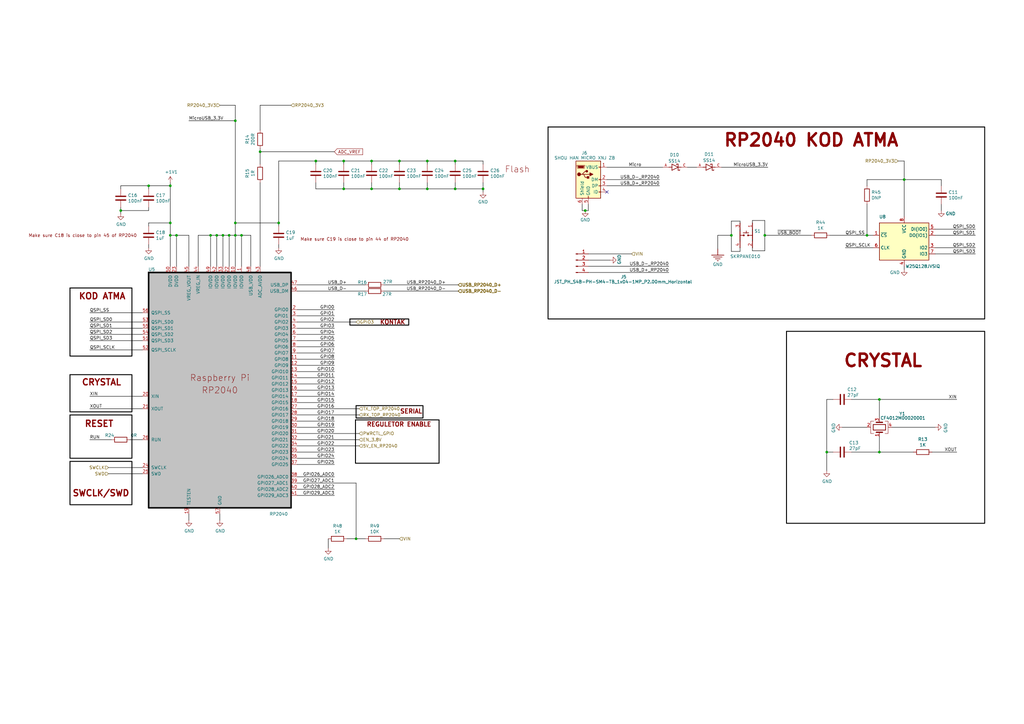
<source format=kicad_sch>
(kicad_sch (version 20231120) (generator "eeschema") (generator_version "8.0")
  (paper "A3")
  (lib_symbols
    (symbol "Connector:Conn_01x05_Male" (pin_names (offset 1.016) hide)
      (property "Reference" "J5" (at 19.558 -4.318 0))
      (property "Value" "JST_PH_S4B-PH-SM4-TB_1x04-1MP_P2.00mm_Horizontal" (at 19.304 -6.35 0))
      (symbol "Conn_01x05_Male_1_1"
        (polyline (pts (xy 1.27 -2.54) (xy 0.8636 -2.54)) (stroke (width 0.1524)))
        (polyline (pts (xy 1.27 0) (xy 0.8636 0)) (stroke (width 0.1524)))
        (polyline (pts (xy 1.27 2.54) (xy 0.8636 2.54)) (stroke (width 0.1524)))
        (polyline (pts (xy 1.27 5.08) (xy 0.8636 5.08)) (stroke (width 0.1524)))
        (rectangle (start 0.8636 -2.413) (end 0 -2.667) (stroke (width 0.1524)) (fill (type outline)))
        (rectangle (start 0.8636 0.127) (end 0 -0.127) (stroke (width 0.1524)) (fill (type outline)))
        (rectangle (start 0.8636 2.667) (end 0 2.413) (stroke (width 0.1524)) (fill (type outline)))
        (rectangle (start 0.8636 5.207) (end 0 4.953) (stroke (width 0.1524)) (fill (type outline)))
        (pin passive line (at 5.08 5.08 180) (length 3.81) (name "Pin_1") (number "1"))
        (pin passive line (at 5.08 2.54 180) (length 3.81) (name "Pin_2") (number "2"))
        (pin passive line (at 5.08 0 180) (length 3.81) (name "Pin_3") (number "3"))
        (pin passive line (at 5.08 -2.54 180) (length 3.81) (name "Pin_4") (number "4"))
      )
    )
    (symbol "Connector:USB_OTG" (pin_names (offset 1.016))
      (property "Reference" "J14" (at -2.794 10.922 0))
      (property "Value" "SHOU HAN MICRO XNJ ZB" (at -13.97 8.89 0))
      (symbol "USB_OTG_0_1"
        (rectangle (start -5.08 7.62) (end 5.08 -7.62) (stroke (width 0.254)) (fill (type background)))
        (circle (center -3.81 2.159) (radius 0.635) (stroke (width 0.254)) (fill (type outline)))
        (circle (center -0.635 3.429) (radius 0.381) (stroke (width 0.254)) (fill (type outline)))
        (rectangle (start -0.127 -7.62) (end 0.127 -6.858))
        (polyline (pts (xy -1.905 2.159) (xy 0.635 2.159)) (stroke (width 0.254)))
        (polyline (pts (xy -3.175 2.159) (xy -2.54 2.159) (xy -1.27 3.429) (xy -0.635 3.429)) (stroke (width 0.254)))
        (polyline (pts (xy -2.54 2.159) (xy -1.905 2.159) (xy -1.27 0.889) (xy 0 0.889)) (stroke (width 0.254)))
        (polyline (pts (xy 0.635 2.794) (xy 0.635 1.524) (xy 1.905 2.159) (xy 0.635 2.794)) (stroke (width 0.254)) (fill (type outline)))
        (polyline (pts (xy -4.318 5.588) (xy -1.778 5.588) (xy -2.032 4.826) (xy -4.064 4.826) (xy -4.318 5.588)) (fill (type outline)))
        (polyline (pts (xy -4.699 5.842) (xy -4.699 5.588) (xy -4.445 4.826) (xy -4.445 4.572) (xy -1.651 4.572) (xy -1.651 4.826) (xy -1.397 5.588) (xy -1.397 5.842) (xy -4.699 5.842)))
        (rectangle (start 0.254 1.27) (end -0.508 0.508) (stroke (width 0.254)) (fill (type outline)))
        (rectangle (start 5.08 -5.207) (end 4.318 -4.953))
        (rectangle (start 5.08 -2.667) (end 4.318 -2.413))
        (rectangle (start 5.08 -0.127) (end 4.318 0.127))
        (rectangle (start 5.08 4.953) (end 4.318 5.207))
      )
      (symbol "USB_OTG_1_1"
        (pin passive line (at 7.62 5.08 180) (length 2.54) (name "VBUS") (number "1"))
        (pin bidirectional line (at 7.62 0 180) (length 2.54) (name "DM") (number "2"))
        (pin bidirectional line (at 7.62 -2.54 180) (length 2.54) (name "DP") (number "3"))
        (pin passive line (at 7.62 -5.08 180) (length 2.54) (name "ID") (number "4"))
        (pin passive line (at 0 -10.16 90) (length 2.54) (name "GND") (number "5"))
        (pin passive line (at -2.54 -10.16 90) (length 2.54) (name "Shield") (number "6"))
      )
    )
    (symbol "Device:C" (pin_numbers hide) (pin_names (offset 0.254))
      (property "Reference" "C" (at 0.635 2.54 0))
      (property "Value" "C" (at 0.635 -2.54 0))
      (symbol "C_0_1"
        (polyline (pts (xy -2.032 -0.762) (xy 2.032 -0.762)) (stroke (width 0.508)))
        (polyline (pts (xy -2.032 0.762) (xy 2.032 0.762)) (stroke (width 0.508)))
      )
      (symbol "C_1_1"
        (pin passive line (at 0 3.81 270) (length 2.794) (name "~") (number "1"))
        (pin passive line (at 0 -3.81 90) (length 2.794) (name "~") (number "2"))
      )
    )
    (symbol "Device:Crystal_GND24" (pin_names (offset 1.016) hide)
      (property "Reference" "Y" (at 3.175 5.08 0))
      (property "Value" "Crystal_GND24" (at 3.175 3.175 0))
      (symbol "Crystal_GND24_0_1"
        (rectangle (start -1.143 2.54) (end 1.143 -2.54) (stroke (width 0.3048)))
        (polyline (pts (xy -2.54 0) (xy -2.032 0)))
        (polyline (pts (xy -2.032 -1.27) (xy -2.032 1.27)) (stroke (width 0.508)))
        (polyline (pts (xy 0 -3.81) (xy 0 -3.556)))
        (polyline (pts (xy 0 3.556) (xy 0 3.81)))
        (polyline (pts (xy 2.032 -1.27) (xy 2.032 1.27)) (stroke (width 0.508)))
        (polyline (pts (xy 2.032 0) (xy 2.54 0)))
        (polyline (pts (xy -2.54 -2.286) (xy -2.54 -3.556) (xy 2.54 -3.556) (xy 2.54 -2.286)))
        (polyline (pts (xy -2.54 2.286) (xy -2.54 3.556) (xy 2.54 3.556) (xy 2.54 2.286)))
      )
      (symbol "Crystal_GND24_1_1"
        (pin passive line (at -3.81 0 0) (length 1.27) (name "1") (number "1"))
        (pin passive line (at 0 5.08 270) (length 1.27) (name "2") (number "2"))
        (pin passive line (at 3.81 0 180) (length 1.27) (name "3") (number "3"))
        (pin passive line (at 0 -5.08 90) (length 1.27) (name "4") (number "4"))
      )
    )
    (symbol "Device:R" (pin_numbers hide) (pin_names (offset 0))
      (property "Reference" "R" (at 2.032 0 90))
      (property "Value" "R" (at 0 0 90))
      (symbol "R_0_1"
        (rectangle (start -1.016 -2.54) (end 1.016 2.54) (stroke (width 0.254)))
      )
      (symbol "R_1_1"
        (pin passive line (at 0 3.81 270) (length 1.27) (name "~") (number "1"))
        (pin passive line (at 0 -3.81 90) (length 1.27) (name "~") (number "2"))
      )
    )
    (symbol "MCU_RaspberryPi_RP2040:RP2040" (pin_names (offset 1.016))
      (property "Reference" "U5" (at -27.94 49.53 0))
      (property "Value" "RP2040" (at 24.13 -50.8 0))
      (symbol "RP2040_0_0"
        (text "Raspberry Pi" (at 0 5.08 0) (effects (font (size 2.54 2.54))))
        (text "RP2040" (at 0 0 0) (effects (font (size 2.54 2.54))))
      )
      (symbol "RP2040_1_1"
        (rectangle (start -29.21 48.26) (end 29.21 -48.26) (stroke (width 0.635) (color 0 0 0 1)) (fill (type color) (color 194 194 194 1)))
        (pin power_in line (at 8.89 50.8 270) (length 2.54) (name "IOVDD") (number "1"))
        (pin power_in line (at 6.35 50.8 270) (length 2.54) (name "IOVDD") (number "10"))
        (pin bidirectional line (at 31.75 12.7 180) (length 2.54) (name "GPIO8") (number "11"))
        (pin bidirectional line (at 31.75 10.16 180) (length 2.54) (name "GPIO9") (number "12"))
        (pin bidirectional line (at 31.75 7.62 180) (length 2.54) (name "GPIO10") (number "13"))
        (pin bidirectional line (at 31.75 5.08 180) (length 2.54) (name "GPIO11") (number "14"))
        (pin bidirectional line (at 31.75 2.54 180) (length 2.54) (name "GPIO12") (number "15"))
        (pin bidirectional line (at 31.75 0 180) (length 2.54) (name "GPIO13") (number "16"))
        (pin bidirectional line (at 31.75 -2.54 180) (length 2.54) (name "GPIO14") (number "17"))
        (pin bidirectional line (at 31.75 -5.08 180) (length 2.54) (name "GPIO15") (number "18"))
        (pin passive line (at -12.7 -50.8 90) (length 2.54) (name "TESTEN") (number "19"))
        (pin bidirectional line (at 31.75 33.02 180) (length 2.54) (name "GPIO0") (number "2"))
        (pin input line (at -31.75 -2.54 0) (length 2.54) (name "XIN") (number "20"))
        (pin passive line (at -31.75 -7.62 0) (length 2.54) (name "XOUT") (number "21"))
        (pin power_in line (at 3.81 50.8 270) (length 2.54) (name "IOVDD") (number "22"))
        (pin power_in line (at -17.78 50.8 270) (length 2.54) (name "DVDD") (number "23"))
        (pin output line (at -31.75 -31.75 0) (length 2.54) (name "SWCLK") (number "24"))
        (pin bidirectional line (at -31.75 -34.29 0) (length 2.54) (name "SWD") (number "25"))
        (pin input line (at -31.75 -20.32 0) (length 2.54) (name "RUN") (number "26"))
        (pin bidirectional line (at 31.75 -7.62 180) (length 2.54) (name "GPIO16") (number "27"))
        (pin bidirectional line (at 31.75 -10.16 180) (length 2.54) (name "GPIO17") (number "28"))
        (pin bidirectional line (at 31.75 -12.7 180) (length 2.54) (name "GPIO18") (number "29"))
        (pin bidirectional line (at 31.75 30.48 180) (length 2.54) (name "GPIO1") (number "3"))
        (pin bidirectional line (at 31.75 -15.24 180) (length 2.54) (name "GPIO19") (number "30"))
        (pin bidirectional line (at 31.75 -17.78 180) (length 2.54) (name "GPIO20") (number "31"))
        (pin bidirectional line (at 31.75 -20.32 180) (length 2.54) (name "GPIO21") (number "32"))
        (pin power_in line (at 1.27 50.8 270) (length 2.54) (name "IOVDD") (number "33"))
        (pin bidirectional line (at 31.75 -22.86 180) (length 2.54) (name "GPIO22") (number "34"))
        (pin bidirectional line (at 31.75 -25.4 180) (length 2.54) (name "GPIO23") (number "35"))
        (pin bidirectional line (at 31.75 -27.94 180) (length 2.54) (name "GPIO24") (number "36"))
        (pin bidirectional line (at 31.75 -30.48 180) (length 2.54) (name "GPIO25") (number "37"))
        (pin bidirectional line (at 31.75 -35.56 180) (length 2.54) (name "GPIO26_ADC0") (number "38"))
        (pin bidirectional line (at 31.75 -38.1 180) (length 2.54) (name "GPIO27_ADC1") (number "39"))
        (pin bidirectional line (at 31.75 27.94 180) (length 2.54) (name "GPIO2") (number "4"))
        (pin bidirectional line (at 31.75 -40.64 180) (length 2.54) (name "GPIO28_ADC2") (number "40"))
        (pin bidirectional line (at 31.75 -43.18 180) (length 2.54) (name "GPIO29_ADC3") (number "41"))
        (pin power_in line (at -1.27 50.8 270) (length 2.54) (name "IOVDD") (number "42"))
        (pin power_in line (at 16.51 50.8 270) (length 2.54) (name "ADC_AVDD") (number "43"))
        (pin power_in line (at -8.89 50.8 270) (length 2.54) (name "VREG_IN") (number "44"))
        (pin power_out line (at -12.7 50.8 270) (length 2.54) (name "VREG_VOUT") (number "45"))
        (pin bidirectional line (at 31.75 40.64 180) (length 2.54) (name "USB_DM") (number "46"))
        (pin bidirectional line (at 31.75 43.18 180) (length 2.54) (name "USB_DP") (number "47"))
        (pin power_in line (at 12.7 50.8 270) (length 2.54) (name "USB_VDD") (number "48"))
        (pin power_in line (at -3.81 50.8 270) (length 2.54) (name "IOVDD") (number "49"))
        (pin bidirectional line (at 31.75 25.4 180) (length 2.54) (name "GPIO3") (number "5"))
        (pin power_in line (at -20.32 50.8 270) (length 2.54) (name "DVDD") (number "50"))
        (pin bidirectional line (at -31.75 20.32 0) (length 2.54) (name "QSPI_SD3") (number "51"))
        (pin output line (at -31.75 16.51 0) (length 2.54) (name "QSPI_SCLK") (number "52"))
        (pin bidirectional line (at -31.75 27.94 0) (length 2.54) (name "QSPI_SD0") (number "53"))
        (pin bidirectional line (at -31.75 22.86 0) (length 2.54) (name "QSPI_SD2") (number "54"))
        (pin bidirectional line (at -31.75 25.4 0) (length 2.54) (name "QSPI_SD1") (number "55"))
        (pin bidirectional line (at -31.75 31.75 0) (length 2.54) (name "QSPI_SS") (number "56"))
        (pin power_in line (at 0 -50.8 90) (length 2.54) (name "GND") (number "57"))
        (pin bidirectional line (at 31.75 22.86 180) (length 2.54) (name "GPIO4") (number "6"))
        (pin bidirectional line (at 31.75 20.32 180) (length 2.54) (name "GPIO5") (number "7"))
        (pin bidirectional line (at 31.75 17.78 180) (length 2.54) (name "GPIO6") (number "8"))
        (pin bidirectional line (at 31.75 15.24 180) (length 2.54) (name "GPIO7") (number "9"))
      )
    )
    (symbol "Memory_Flash:W25Q128JVS"
      (property "Reference" "U" (at -8.89 8.89 0))
      (property "Value" "W25Q128JVS" (at 7.62 8.89 0))
      (symbol "W25Q128JVS_0_1"
        (rectangle (start -10.16 7.62) (end 10.16 -7.62) (stroke (width 0.254)) (fill (type background)))
      )
      (symbol "W25Q128JVS_1_1"
        (pin input line (at -12.7 2.54 0) (length 2.54) (name "~{CS}") (number "1"))
        (pin bidirectional line (at 12.7 2.54 180) (length 2.54) (name "DO(IO1)") (number "2"))
        (pin bidirectional line (at 12.7 -2.54 180) (length 2.54) (name "IO2") (number "3"))
        (pin power_in line (at 0 -10.16 90) (length 2.54) (name "GND") (number "4"))
        (pin bidirectional line (at 12.7 5.08 180) (length 2.54) (name "DI(IO0)") (number "5"))
        (pin input line (at -12.7 -2.54 0) (length 2.54) (name "CLK") (number "6"))
        (pin bidirectional line (at 12.7 -5.08 180) (length 2.54) (name "IO3") (number "7"))
        (pin power_in line (at 0 10.16 270) (length 2.54) (name "VCC") (number "8"))
      )
    )
    (symbol "NINA-B411-altium-import:GND" (power)
      (property "Reference" "#PWR" (at 0 0 0))
      (property "Value" "GND" (at 0 6.35 0))
      (symbol "GND_0_0"
        (polyline (pts (xy -2.54 -2.54) (xy 2.54 -2.54)) (stroke (width 0.254)))
        (polyline (pts (xy -1.778 -3.302) (xy 1.778 -3.302)) (stroke (width 0.254)))
        (polyline (pts (xy -1.016 -4.064) (xy 1.016 -4.064)) (stroke (width 0.254)))
        (polyline (pts (xy -0.254 -4.826) (xy 0.254 -4.826)) (stroke (width 0.254)))
        (polyline (pts (xy 0 0) (xy 0 -2.54)) (stroke (width 0.254)))
        (pin power_in line (at 0 0 0) (length 0) hide (name "GND") (number ""))
      )
    )
    (symbol "NINA-B411-altium-import:root_3_SKRPACE010"
      (symbol "root_3_SKRPACE010_1_0"
        (circle (center -1.016 0) (radius 0.254) (stroke (width 0.254)))
        (polyline (pts (xy -2.54 -5.08) (xy -2.54 5.08)) (stroke (width 0.254)))
        (polyline (pts (xy -2.54 0) (xy -2.54 -2.54)) (stroke (width 0.254)))
        (polyline (pts (xy -2.54 2.54) (xy -2.54 0)) (stroke (width 0.254)))
        (polyline (pts (xy -1.016 0) (xy -2.54 0)) (stroke (width 0.254)))
        (polyline (pts (xy 0 1.016) (xy -1.27 1.016)) (stroke (width 0.254)))
        (polyline (pts (xy 0 1.016) (xy 0 1.778)) (stroke (width 0.254)))
        (polyline (pts (xy 0.762 0) (xy 2.54 0)) (stroke (width 0.254)))
        (polyline (pts (xy 1.016 1.016) (xy 0 1.016)) (stroke (width 0.254)))
        (polyline (pts (xy 2.54 0) (xy 2.54 -2.54)) (stroke (width 0.254)))
        (polyline (pts (xy 2.54 2.54) (xy 2.54 0)) (stroke (width 0.254)))
        (polyline (pts (xy 2.54 5.08) (xy 2.54 -5.08)) (stroke (width 0.254)))
        (circle (center 0.762 0) (radius 0.254) (stroke (width 0.254)))
        (pin bidirectional line (at 2.54 5.08 270) (length 2.54) (name "1") (number "1"))
        (pin bidirectional line (at 2.54 -5.08 90) (length 2.54) (name "2") (number "2"))
        (pin bidirectional line (at -2.54 5.08 270) (length 2.54) (name "3") (number "3"))
        (pin bidirectional line (at -2.54 -5.08 90) (length 2.54) (name "4") (number "4"))
      )
    )
    (symbol "SS14:SS14" (pin_names (offset 1.016))
      (property "Reference" "D" (at -5.08 2.54 0))
      (property "Value" "SS14" (at -5.08 -3.81 0))
      (symbol "SS14_0_0"
        (polyline (pts (xy -2.54 0) (xy -1.27 0)) (stroke (width 0.254)))
        (polyline (pts (xy -1.27 -1.27) (xy 1.27 0)) (stroke (width 0.254)))
        (polyline (pts (xy -1.27 0) (xy -1.27 -1.27)) (stroke (width 0.254)))
        (polyline (pts (xy -1.27 1.27) (xy -1.27 0)) (stroke (width 0.254)))
        (polyline (pts (xy 0.635 -1.016) (xy 0.635 -1.27)) (stroke (width 0.254)))
        (polyline (pts (xy 1.27 -1.27) (xy 0.635 -1.27)) (stroke (width 0.254)))
        (polyline (pts (xy 1.27 0) (xy -1.27 1.27)) (stroke (width 0.254)))
        (polyline (pts (xy 1.27 0) (xy 1.27 -1.27)) (stroke (width 0.254)))
        (polyline (pts (xy 1.27 1.27) (xy 1.27 0)) (stroke (width 0.254)))
        (polyline (pts (xy 1.905 1.27) (xy 1.27 1.27)) (stroke (width 0.254)))
        (polyline (pts (xy 1.905 1.27) (xy 1.905 1.016)) (stroke (width 0.254)))
        (polyline (pts (xy 2.54 0) (xy 1.27 0)) (stroke (width 0.254)))
        (pin passive line (at -5.08 0 0) (length 2.54) (name "~") (number "A"))
        (pin passive line (at 5.08 0 180) (length 2.54) (name "~") (number "C"))
      )
    )
    (symbol "power:+1V1" (power) (pin_names (offset 0))
      (property "Value" "+1V1" (at 0 3.556 0))
      (symbol "+1V1_0_1"
        (polyline (pts (xy -0.762 1.27) (xy 0 2.54)))
        (polyline (pts (xy 0 0) (xy 0 2.54)))
        (polyline (pts (xy 0 2.54) (xy 0.762 1.27)))
      )
      (symbol "+1V1_1_1"
        (pin power_in line (at 0 0 90) (length 0) hide (name "+1V1") (number "1"))
      )
    )
    (symbol "power:GND" (power) (pin_names (offset 0))
      (property "Value" "GND" (at 0 -3.81 0))
      (symbol "GND_0_1"
        (polyline (pts (xy 0 0) (xy 0 -1.27) (xy 1.27 -1.27) (xy 0 -2.54) (xy -1.27 -1.27) (xy 0 -1.27)))
      )
      (symbol "GND_1_1"
        (pin power_in line (at 0 0 270) (length 0) hide (name "GND") (number "1"))
      )
    )
  )
  (junction (at 106.68 62.23))
  (junction (at 49.53 86.36))
  (junction (at 146.05 220.98))
  (junction (at 175.26 66.04))
  (junction (at 360.68 163.83))
  (junction (at 339.09 185.42))
  (junction (at 96.52 96.52))
  (junction (at 355.6 96.52))
  (junction (at 69.85 96.52))
  (junction (at 175.26 77.47))
  (junction (at 313.69 96.52))
  (junction (at 370.84 73.66))
  (junction (at 99.06 96.52))
  (junction (at 88.9 96.52))
  (junction (at 91.44 96.52))
  (junction (at 360.68 185.42))
  (junction (at 69.85 76.2))
  (junction (at 86.36 96.52))
  (junction (at 163.83 77.47))
  (junction (at 96.52 91.44))
  (junction (at 129.54 66.04))
  (junction (at 299.974 96.52))
  (junction (at 152.4 66.04))
  (junction (at 60.96 76.2))
  (junction (at 69.85 91.44))
  (junction (at 93.98 96.52))
  (junction (at 186.69 77.47))
  (junction (at 186.69 66.04))
  (junction (at 163.83 66.04))
  (junction (at 240.03 86.36))
  (junction (at 72.39 96.52))
  (junction (at 96.52 49.53))
  (junction (at 114.3 91.44))
  (junction (at 140.97 66.04))
  (junction (at 152.4 77.47))
  (junction (at 198.12 77.47))
  (junction (at 140.97 77.47))
  (no_connect (at 248.92 78.74))
  (wire (pts (xy 106.68 74.93) (xy 106.68 109.22)) (stroke (width 0.1778) (color 0 0 0 1)))
  (wire (pts (xy 36.83 162.56) (xy 58.42 162.56)) (stroke (width 0.1778) (color 0 0 0 1)))
  (wire (pts (xy 44.45 194.31) (xy 58.42 194.31)) (stroke (width 0.1778) (color 0 0 0 1)))
  (wire (pts (xy 186.69 77.47) (xy 198.12 77.47)) (stroke (width 0.1778) (color 0 0 0 1)))
  (wire (pts (xy 60.96 91.44) (xy 69.85 91.44)) (stroke (width 0.1778) (color 0 0 0 1)))
  (wire (pts (xy 121.92 198.12) (xy 146.05 198.12)) (stroke (width 0.1778) (color 0 0 0 1)))
  (wire (pts (xy 370.84 73.66) (xy 370.84 88.9)) (stroke (width 0.1778) (color 0 0 0 1)))
  (wire (pts (xy 186.69 66.04) (xy 198.12 66.04)) (stroke (width 0.1778) (color 0 0 0 1)))
  (wire (pts (xy 96.52 96.52) (xy 99.06 96.52)) (stroke (width 0.1778) (color 0 0 0 1)))
  (wire (pts (xy 175.26 66.04) (xy 186.69 66.04)) (stroke (width 0.1778) (color 0 0 0 1)))
  (wire (pts (xy 270.51 73.66) (xy 248.92 73.66)) (stroke (width 0.1778) (color 0 0 0 1)))
  (wire (pts (xy 90.17 43.18) (xy 96.52 43.18)) (stroke (width 0.1778) (color 0 0 0 1)))
  (wire (pts (xy 274.32 111.76) (xy 241.3 111.76)) (stroke (width 0.1778) (color 0 0 0 1)))
  (wire (pts (xy 382.27 185.42) (xy 392.43 185.42)) (stroke (width 0.1778) (color 0 0 0 1)))
  (wire (pts (xy 106.68 60.96) (xy 106.68 62.23)) (stroke (width 0.1778) (color 0 0 0 1)))
  (wire (pts (xy 175.26 77.47) (xy 163.83 77.47)) (stroke (width 0.1778) (color 0 0 0 1)))
  (wire (pts (xy 121.92 187.96) (xy 137.16 187.96)) (stroke (width 0.1778) (color 0 0 0 1)))
  (wire (pts (xy 186.69 67.31) (xy 186.69 66.04)) (stroke (width 0.1778) (color 0 0 0 1)))
  (wire (pts (xy 81.28 96.52) (xy 86.36 96.52)) (stroke (width 0.1778) (color 0 0 0 1)))
  (wire (pts (xy 339.09 185.42) (xy 339.09 193.04)) (stroke (width 0.1778) (color 0 0 0 1)))
  (wire (pts (xy 140.97 66.04) (xy 152.4 66.04)) (stroke (width 0.1778) (color 0 0 0 1)))
  (wire (pts (xy 49.53 85.09) (xy 49.53 86.36)) (stroke (width 0.1778) (color 0 0 0 1)))
  (wire (pts (xy 90.17 210.82) (xy 90.17 213.36)) (stroke (width 0.1778) (color 0 0 0 1)))
  (wire (pts (xy 308.61 102.87) (xy 308.61 101.6)) (stroke (width 0.1778) (color 0 0 0 1)))
  (wire (pts (xy 121.92 144.78) (xy 137.16 144.78)) (stroke (width 0.1778) (color 0 0 0 1)))
  (wire (pts (xy 114.3 66.04) (xy 114.3 91.44)) (stroke (width 0.1778) (color 0 0 0 1)))
  (wire (pts (xy 96.52 91.44) (xy 96.52 96.52)) (stroke (width 0.1778) (color 0 0 0 1)))
  (wire (pts (xy 355.6 73.66) (xy 370.84 73.66)) (stroke (width 0.1778) (color 0 0 0 1)))
  (wire (pts (xy 106.68 62.23) (xy 106.68 67.31)) (stroke (width 0.1778) (color 0 0 0 1)))
  (wire (pts (xy 313.69 90.424) (xy 313.69 96.52)) (stroke (width 0.1778) (color 0 0 0 1)))
  (wire (pts (xy 314.96 68.58) (xy 295.91 68.58)) (stroke (width 0.1778) (color 0 0 0 1)))
  (wire (pts (xy 77.47 49.53) (xy 96.52 49.53)) (stroke (width 0.1778) (color 0 0 0 1)))
  (wire (pts (xy 88.9 96.52) (xy 91.44 96.52)) (stroke (width 0.1778) (color 0 0 0 1)))
  (wire (pts (xy 152.4 66.04) (xy 163.83 66.04)) (stroke (width 0.1778) (color 0 0 0 1)))
  (wire (pts (xy 121.92 180.34) (xy 147.32 180.34)) (stroke (width 0.1778) (color 0 0 0 1)))
  (wire (pts (xy 60.96 92.71) (xy 60.96 91.44)) (stroke (width 0.1778) (color 0 0 0 1)))
  (wire (pts (xy 69.85 91.44) (xy 69.85 96.52)) (stroke (width 0.1778) (color 0 0 0 1)))
  (wire (pts (xy 345.44 175.26) (xy 355.6 175.26)) (stroke (width 0.1778) (color 0 0 0 1)))
  (wire (pts (xy 198.12 74.93) (xy 198.12 77.47)) (stroke (width 0.1778) (color 0 0 0 1)))
  (wire (pts (xy 93.98 109.22) (xy 93.98 96.52)) (stroke (width 0.1778) (color 0 0 0 1)))
  (wire (pts (xy 175.26 67.31) (xy 175.26 66.04)) (stroke (width 0.1778) (color 0 0 0 1)))
  (wire (pts (xy 140.97 77.47) (xy 129.54 77.47)) (stroke (width 0.1778) (color 0 0 0 1)))
  (wire (pts (xy 294.386 102.108) (xy 294.386 96.52)) (stroke (width 0.1778) (color 0 0 0 1)))
  (wire (pts (xy 58.42 128.27) (xy 36.83 128.27)) (stroke (width 0.1778) (color 0 0 0 1)))
  (wire (pts (xy 106.68 62.23) (xy 137.16 62.23)) (stroke (width 0.1778) (color 0 0 0 1)))
  (wire (pts (xy 303.53 103.124) (xy 303.53 101.6)) (stroke (width 0.1778) (color 0 0 0 1)))
  (wire (pts (xy 238.76 86.36) (xy 240.03 86.36)) (stroke (width 0.1778) (color 0 0 0 1)))
  (wire (pts (xy 240.03 86.36) (xy 241.3 86.36)) (stroke (width 0.1778) (color 0 0 0 1)))
  (wire (pts (xy 341.63 163.83) (xy 339.09 163.83)) (stroke (width 0.1778) (color 0 0 0 1)))
  (wire (pts (xy 60.96 77.47) (xy 60.96 76.2)) (stroke (width 0.1778) (color 0 0 0 1)))
  (wire (pts (xy 72.39 96.52) (xy 69.85 96.52)) (stroke (width 0.1778) (color 0 0 0 1)))
  (wire (pts (xy 140.97 74.93) (xy 140.97 77.47)) (stroke (width 0.1778) (color 0 0 0 1)))
  (wire (pts (xy 36.83 134.62) (xy 58.42 134.62)) (stroke (width 0.1778) (color 0 0 0 1)))
  (wire (pts (xy 294.386 96.52) (xy 299.974 96.52)) (stroke (width 0.1778) (color 0 0 0 1)))
  (wire (pts (xy 198.12 77.47) (xy 198.12 78.74)) (stroke (width 0.1778) (color 0 0 0 1)))
  (wire (pts (xy 129.54 66.04) (xy 140.97 66.04)) (stroke (width 0.1778) (color 0 0 0 1)))
  (wire (pts (xy 96.52 43.18) (xy 96.52 49.53)) (stroke (width 0.1778) (color 0 0 0 1)))
  (wire (pts (xy 121.92 119.38) (xy 149.86 119.38)) (stroke (width 0.1778) (color 0 0 0 1)))
  (wire (pts (xy 69.85 96.52) (xy 69.85 109.22)) (stroke (width 0.1778) (color 0 0 0 1)))
  (wire (pts (xy 121.92 152.4) (xy 137.16 152.4)) (stroke (width 0.1778) (color 0 0 0 1)))
  (wire (pts (xy 121.92 200.66) (xy 137.16 200.66)) (stroke (width 0.1778) (color 0 0 0 1)))
  (wire (pts (xy 121.92 185.42) (xy 137.16 185.42)) (stroke (width 0.1778) (color 0 0 0 1)))
  (wire (pts (xy 346.71 101.6) (xy 358.14 101.6)) (stroke (width 0.1778) (color 0 0 0 1)))
  (wire (pts (xy 370.84 109.22) (xy 370.84 110.49)) (stroke (width 0.1778) (color 0 0 0 1)))
  (wire (pts (xy 175.26 74.93) (xy 175.26 77.47)) (stroke (width 0.1778) (color 0 0 0 1)))
  (wire (pts (xy 102.87 109.22) (xy 102.87 96.52)) (stroke (width 0.1778) (color 0 0 0 1)))
  (wire (pts (xy 129.54 66.04) (xy 114.3 66.04)) (stroke (width 0.1778) (color 0 0 0 1)))
  (wire (pts (xy 163.83 67.31) (xy 163.83 66.04)) (stroke (width 0.1778) (color 0 0 0 1)))
  (wire (pts (xy 198.12 67.31) (xy 198.12 66.04)) (stroke (width 0.1778) (color 0 0 0 1)))
  (wire (pts (xy 114.3 100.33) (xy 114.3 101.6)) (stroke (width 0.1778) (color 0 0 0 1)))
  (wire (pts (xy 96.52 91.44) (xy 96.52 49.53)) (stroke (width 0.1778) (color 0 0 0 1)))
  (wire (pts (xy 36.83 139.7) (xy 58.42 139.7)) (stroke (width 0.1778) (color 0 0 0 1)))
  (wire (pts (xy 72.39 109.22) (xy 72.39 96.52)) (stroke (width 0.1778) (color 0 0 0 1)))
  (wire (pts (xy 308.61 90.424) (xy 308.61 91.44)) (stroke (width 0.1778) (color 0 0 0 1)))
  (wire (pts (xy 383.54 93.98) (xy 400.05 93.98)) (stroke (width 0.1778) (color 0 0 0 1)))
  (wire (pts (xy 36.83 137.16) (xy 58.42 137.16)) (stroke (width 0.1778) (color 0 0 0 1)))
  (wire (pts (xy 121.92 129.54) (xy 137.16 129.54)) (stroke (width 0.1778) (color 0 0 0 1)))
  (wire (pts (xy 163.83 220.98) (xy 157.48 220.98)) (stroke (width 0.1778) (color 0 0 0 1)))
  (wire (pts (xy 121.92 127) (xy 137.16 127)) (stroke (width 0.1778) (color 0 0 0 1)))
  (wire (pts (xy 77.47 109.22) (xy 77.47 96.52)) (stroke (width 0.1778) (color 0 0 0 1)))
  (wire (pts (xy 114.3 91.44) (xy 96.52 91.44)) (stroke (width 0.1778) (color 0 0 0 1)))
  (wire (pts (xy 146.05 220.98) (xy 146.05 198.12)) (stroke (width 0.1778) (color 0 0 0 1)))
  (wire (pts (xy 186.69 74.93) (xy 186.69 77.47)) (stroke (width 0.1778) (color 0 0 0 1)))
  (wire (pts (xy 121.92 134.62) (xy 137.16 134.62)) (stroke (width 0.1778) (color 0 0 0 1)))
  (wire (pts (xy 370.84 66.04) (xy 370.84 73.66)) (stroke (width 0.1778) (color 0 0 0 1)))
  (wire (pts (xy 45.72 180.34) (xy 36.83 180.34)) (stroke (width 0.1778) (color 0 0 0 1)))
  (wire (pts (xy 355.6 96.52) (xy 358.14 96.52)) (stroke (width 0.1778) (color 0 0 0 1)))
  (wire (pts (xy 142.24 220.98) (xy 146.05 220.98)) (stroke (width 0.1778) (color 0 0 0 1)))
  (wire (pts (xy 281.94 68.58) (xy 285.75 68.58)) (stroke (width 0.1778) (color 0 0 0 1)))
  (wire (pts (xy 99.06 96.52) (xy 99.06 109.22)) (stroke (width 0.1778) (color 0 0 0 1)))
  (wire (pts (xy 121.92 137.16) (xy 137.16 137.16)) (stroke (width 0.1778) (color 0 0 0 1)))
  (wire (pts (xy 58.42 167.64) (xy 36.83 167.64)) (stroke (width 0.1778) (color 0 0 0 1)))
  (wire (pts (xy 99.06 96.52) (xy 102.87 96.52)) (stroke (width 0.1778) (color 0 0 0 1)))
  (wire (pts (xy 313.69 96.52) (xy 332.74 96.52)) (stroke (width 0.1778) (color 0 0 0 1)))
  (wire (pts (xy 81.28 109.22) (xy 81.28 96.52)) (stroke (width 0.1778) (color 0 0 0 1)))
  (wire (pts (xy 69.85 74.93) (xy 69.85 76.2)) (stroke (width 0.1778) (color 0 0 0 1)))
  (wire (pts (xy 386.08 76.2) (xy 386.08 73.66)) (stroke (width 0.1778) (color 0 0 0 1)))
  (wire (pts (xy 341.63 185.42) (xy 339.09 185.42)) (stroke (width 0.1778) (color 0 0 0 1)))
  (wire (pts (xy 386.08 73.66) (xy 370.84 73.66)) (stroke (width 0.1778) (color 0 0 0 1)))
  (wire (pts (xy 121.92 154.94) (xy 137.16 154.94)) (stroke (width 0.1778) (color 0 0 0 1)))
  (wire (pts (xy 49.53 86.36) (xy 49.53 87.63)) (stroke (width 0.1778) (color 0 0 0 1)))
  (wire (pts (xy 69.85 76.2) (xy 69.85 91.44)) (stroke (width 0.1778) (color 0 0 0 1)))
  (wire (pts (xy 360.68 163.83) (xy 360.68 171.45)) (stroke (width 0.1778) (color 0 0 0 1)))
  (wire (pts (xy 368.3 66.04) (xy 370.84 66.04)) (stroke (width 0.1778) (color 0 0 0 1)))
  (wire (pts (xy 77.47 210.82) (xy 77.47 213.36)) (stroke (width 0.1778) (color 0 0 0 1)))
  (wire (pts (xy 383.54 175.26) (xy 365.76 175.26)) (stroke (width 0.1778) (color 0 0 0 1)))
  (wire (pts (xy 121.92 175.26) (xy 137.16 175.26)) (stroke (width 0.1778) (color 0 0 0 1)))
  (wire (pts (xy 121.92 170.18) (xy 147.32 170.18)) (stroke (width 0.1778) (color 0 0 0 1)))
  (wire (pts (xy 121.92 195.58) (xy 137.16 195.58)) (stroke (width 0.1778) (color 0 0 0 1)))
  (wire (pts (xy 383.54 101.6) (xy 400.05 101.6)) (stroke (width 0.1778) (color 0 0 0 1)))
  (wire (pts (xy 271.78 68.58) (xy 248.92 68.58)) (stroke (width 0.1778) (color 0 0 0 1)))
  (wire (pts (xy 129.54 74.93) (xy 129.54 77.47)) (stroke (width 0.1778) (color 0 0 0 1)))
  (wire (pts (xy 383.54 96.52) (xy 400.05 96.52)) (stroke (width 0.1778) (color 0 0 0 1)))
  (wire (pts (xy 241.3 83.82) (xy 241.3 86.36)) (stroke (width 0.1778) (color 0 0 0 1)))
  (wire (pts (xy 140.97 67.31) (xy 140.97 66.04)) (stroke (width 0.1778) (color 0 0 0 1)))
  (wire (pts (xy 134.62 224.79) (xy 134.62 220.98)) (stroke (width 0.1778) (color 0 0 0 1)))
  (wire (pts (xy 58.42 143.51) (xy 36.83 143.51)) (stroke (width 0.1778) (color 0 0 0 1)))
  (wire (pts (xy 241.3 106.68) (xy 250.19 106.68)) (stroke (width 0.1778) (color 0 0 0 1)))
  (wire (pts (xy 339.09 163.83) (xy 339.09 185.42)) (stroke (width 0.1778) (color 0 0 0 1)))
  (wire (pts (xy 360.68 179.07) (xy 360.68 185.42)) (stroke (width 0.1778) (color 0 0 0 1)))
  (wire (pts (xy 157.48 116.84) (xy 187.96 116.84)) (stroke (width 0.1778) (color 0 0 0 1)))
  (wire (pts (xy 299.974 103.124) (xy 303.53 103.124)) (stroke (width 0.1778) (color 0 0 0 1)))
  (wire (pts (xy 355.6 83.82) (xy 355.6 96.52)) (stroke (width 0.1778) (color 0 0 0 1)))
  (wire (pts (xy 360.68 185.42) (xy 374.65 185.42)) (stroke (width 0.1778) (color 0 0 0 1)))
  (wire (pts (xy 186.69 77.47) (xy 175.26 77.47)) (stroke (width 0.1778) (color 0 0 0 1)))
  (wire (pts (xy 93.98 96.52) (xy 96.52 96.52)) (stroke (width 0.1778) (color 0 0 0 1)))
  (wire (pts (xy 60.96 76.2) (xy 69.85 76.2)) (stroke (width 0.1778) (color 0 0 0 1)))
  (wire (pts (xy 238.76 83.82) (xy 238.76 86.36)) (stroke (width 0.1778) (color 0 0 0 1)))
  (wire (pts (xy 299.974 90.678) (xy 303.53 90.678)) (stroke (width 0.1778) (color 0 0 0 1)))
  (wire (pts (xy 157.48 119.38) (xy 187.96 119.38)) (stroke (width 0.1778) (color 0 0 0 1)))
  (wire (pts (xy 349.25 185.42) (xy 360.68 185.42)) (stroke (width 0.1778) (color 0 0 0 1)))
  (wire (pts (xy 91.44 109.22) (xy 91.44 96.52)) (stroke (width 0.1778) (color 0 0 0 1)))
  (wire (pts (xy 121.92 182.88) (xy 147.32 182.88)) (stroke (width 0.1778) (color 0 0 0 1)))
  (wire (pts (xy 355.6 76.2) (xy 355.6 73.66)) (stroke (width 0.1778) (color 0 0 0 1)))
  (wire (pts (xy 121.92 177.8) (xy 147.32 177.8)) (stroke (width 0.1778) (color 0 0 0 1)))
  (wire (pts (xy 58.42 180.34) (xy 53.34 180.34)) (stroke (width 0.1778) (color 0 0 0 1)))
  (wire (pts (xy 274.32 109.22) (xy 241.3 109.22)) (stroke (width 0.1778) (color 0 0 0 1)))
  (wire (pts (xy 121.92 172.72) (xy 137.16 172.72)) (stroke (width 0.1778) (color 0 0 0 1)))
  (wire (pts (xy 313.69 90.424) (xy 308.61 90.424)) (stroke (width 0.1778) (color 0 0 0 1)))
  (wire (pts (xy 129.54 67.31) (xy 129.54 66.04)) (stroke (width 0.1778) (color 0 0 0 1)))
  (wire (pts (xy 36.83 132.08) (xy 58.42 132.08)) (stroke (width 0.1778) (color 0 0 0 1)))
  (wire (pts (xy 121.92 147.32) (xy 137.16 147.32)) (stroke (width 0.1778) (color 0 0 0 1)))
  (wire (pts (xy 259.08 104.14) (xy 241.3 104.14)) (stroke (width 0.1778) (color 0 0 0 1)))
  (wire (pts (xy 152.4 77.47) (xy 140.97 77.47)) (stroke (width 0.1778) (color 0 0 0 1)))
  (wire (pts (xy 349.25 163.83) (xy 360.68 163.83)) (stroke (width 0.1778) (color 0 0 0 1)))
  (wire (pts (xy 119.38 43.18) (xy 106.68 43.18)) (stroke (width 0.1778) (color 0 0 0 1)))
  (wire (pts (xy 49.53 76.2) (xy 60.96 76.2)) (stroke (width 0.1778) (color 0 0 0 1)))
  (wire (pts (xy 152.4 74.93) (xy 152.4 77.47)) (stroke (width 0.1778) (color 0 0 0 1)))
  (wire (pts (xy 313.69 102.87) (xy 308.61 102.87)) (stroke (width 0.1778) (color 0 0 0 1)))
  (wire (pts (xy 121.92 167.64) (xy 147.32 167.64)) (stroke (width 0.1778) (color 0 0 0 1)))
  (wire (pts (xy 303.53 90.678) (xy 303.53 91.44)) (stroke (width 0.1778) (color 0 0 0 1)))
  (wire (pts (xy 49.53 86.36) (xy 60.96 86.36)) (stroke (width 0.1778) (color 0 0 0 1)))
  (wire (pts (xy 121.92 149.86) (xy 137.16 149.86)) (stroke (width 0.1778) (color 0 0 0 1)))
  (wire (pts (xy 86.36 109.22) (xy 86.36 96.52)) (stroke (width 0.1778) (color 0 0 0 1)))
  (wire (pts (xy 121.92 165.1) (xy 137.16 165.1)) (stroke (width 0.1778) (color 0 0 0 1)))
  (wire (pts (xy 88.9 109.22) (xy 88.9 96.52)) (stroke (width 0.1778) (color 0 0 0 1)))
  (wire (pts (xy 44.45 191.77) (xy 58.42 191.77)) (stroke (width 0.1778) (color 0 0 0 1)))
  (wire (pts (xy 270.51 76.2) (xy 248.92 76.2)) (stroke (width 0.1778) (color 0 0 0 1)))
  (wire (pts (xy 77.47 96.52) (xy 72.39 96.52)) (stroke (width 0.1778) (color 0 0 0 1)))
  (wire (pts (xy 121.92 116.84) (xy 149.86 116.84)) (stroke (width 0.1778) (color 0 0 0 1)))
  (wire (pts (xy 299.974 96.52) (xy 299.974 90.678)) (stroke (width 0.1778) (color 0 0 0 1)))
  (wire (pts (xy 163.83 77.47) (xy 152.4 77.47)) (stroke (width 0.1778) (color 0 0 0 1)))
  (wire (pts (xy 60.96 86.36) (xy 60.96 85.09)) (stroke (width 0.1778) (color 0 0 0 1)))
  (wire (pts (xy 106.68 43.18) (xy 106.68 53.34)) (stroke (width 0.1778) (color 0 0 0 1)))
  (wire (pts (xy 121.92 162.56) (xy 137.16 162.56)) (stroke (width 0.1778) (color 0 0 0 1)))
  (wire (pts (xy 313.69 96.52) (xy 313.69 102.87)) (stroke (width 0.1778) (color 0 0 0 1)))
  (wire (pts (xy 146.05 220.98) (xy 149.86 220.98)) (stroke (width 0.1778) (color 0 0 0 1)))
  (wire (pts (xy 60.96 100.33) (xy 60.96 101.6)) (stroke (width 0.1778) (color 0 0 0 1)))
  (wire (pts (xy 386.08 83.82) (xy 386.08 86.36)) (stroke (width 0.1778) (color 0 0 0 1)))
  (wire (pts (xy 340.36 96.52) (xy 355.6 96.52)) (stroke (width 0.1778) (color 0 0 0 1)))
  (wire (pts (xy 96.52 109.22) (xy 96.52 96.52)) (stroke (width 0.1778) (color 0 0 0 1)))
  (wire (pts (xy 121.92 190.5) (xy 137.16 190.5)) (stroke (width 0.1778) (color 0 0 0 1)))
  (wire (pts (xy 121.92 157.48) (xy 137.16 157.48)) (stroke (width 0.1778) (color 0 0 0 1)))
  (wire (pts (xy 121.92 160.02) (xy 137.16 160.02)) (stroke (width 0.1778) (color 0 0 0 1)))
  (wire (pts (xy 121.92 132.08) (xy 146.05 132.08)) (stroke (width 0.1778) (color 0 0 0 1)))
  (wire (pts (xy 114.3 92.71) (xy 114.3 91.44)) (stroke (width 0.1778) (color 0 0 0 1)))
  (wire (pts (xy 121.92 203.2) (xy 137.16 203.2)) (stroke (width 0.1778) (color 0 0 0 1)))
  (wire (pts (xy 163.83 66.04) (xy 175.26 66.04)) (stroke (width 0.1778) (color 0 0 0 1)))
  (wire (pts (xy 86.36 96.52) (xy 88.9 96.52)) (stroke (width 0.1778) (color 0 0 0 1)))
  (wire (pts (xy 121.92 139.7) (xy 137.16 139.7)) (stroke (width 0.1778) (color 0 0 0 1)))
  (wire (pts (xy 91.44 96.52) (xy 93.98 96.52)) (stroke (width 0.1778) (color 0 0 0 1)))
  (wire (pts (xy 383.54 104.14) (xy 400.05 104.14)) (stroke (width 0.1778) (color 0 0 0 1)))
  (wire (pts (xy 299.974 96.52) (xy 299.974 103.124)) (stroke (width 0.1778) (color 0 0 0 1)))
  (wire (pts (xy 121.92 142.24) (xy 137.16 142.24)) (stroke (width 0.1778) (color 0 0 0 1)))
  (wire (pts (xy 152.4 67.31) (xy 152.4 66.04)) (stroke (width 0.1778) (color 0 0 0 1)))
  (wire (pts (xy 163.83 74.93) (xy 163.83 77.47)) (stroke (width 0.1778) (color 0 0 0 1)))
  (wire (pts (xy 49.53 77.47) (xy 49.53 76.2)) (stroke (width 0.1778) (color 0 0 0 1)))
  (wire (pts (xy 360.68 163.83) (xy 392.43 163.83)) (stroke (width 0.1778) (color 0 0 0 1)))
  (rectangle (start 28.702 153.67) (end 54.102 168.91) (stroke (width 0.381) (color 0 0 0 1)))
  (rectangle (start 28.702 170.18) (end 54.102 187.96) (stroke (width 0.381) (color 0 0 0 1)))
  (rectangle (start 146.05 166.37) (end 173.482 171.45) (stroke (width 0.381) (color 0 0 0 1)))
  (rectangle (start 143.51 130.81) (end 167.64 133.35) (stroke (width 0.381) (color 0 0 0 1)))
  (rectangle (start 322.58 135.89) (end 403.86 214.63) (stroke (width 0.381) (color 0 0 0 1)))
  (rectangle (start 224.79 52.07) (end 403.86 130.81) (stroke (width 0.381) (color 0 0 0 1)))
  (rectangle (start 28.702 118.11) (end 54.102 146.05) (stroke (width 0.381) (color 0 0 0 1)))
  (rectangle (start 28.702 189.23) (end 54.102 207.01) (stroke (width 0.381) (color 0 0 0 1)))
  (rectangle (start 145.796 172.212) (end 180.086 189.992) (stroke (width 0.381) (color 0 0 0 1)))
  (text "KONTAK" (at 161.036 132.334 0) (effects (font (size 1.778 1.778) (bold yes))))
  (text "RESET" (at 40.64 173.99 0) (effects (font (size 2.54 2.54) (bold yes))))
  (text "Make sure C18 is close to pin 45 of RP2040" (at 11.684 97.536 0) (effects (font (size 1.27 1.27)) (justify left bottom)))
  (text "Make sure C19 is close to pin 44 of RP2040" (at 123.19 99.06 0) (effects (font (size 1.27 1.27)) (justify left bottom)))
  (text "REGULETOR ENABLE \n" (at 164.338 174.244 0) (effects (font (size 1.778 1.778) (bold yes))))
  (text "SWCLK/SWD" (at 41.402 202.438 0) (effects (font (size 2.54 2.54) (bold yes))))
  (text "Flash" (at 207.01 71.12 0) (effects (font (size 2.54 2.54)) (justify left bottom)))
  (text "KOD ATMA" (at 41.91 121.666 0) (effects (font (size 2.54 2.54) (bold yes))))
  (text "CRYSTAL" (at 362.204 148.082 0) (effects (font (size 5.08 5.08) (bold yes))))
  (text "RP2040 KOD ATMA" (at 332.74 57.658 0) (effects (font (size 5.08 5.08) (bold yes))))
  (text "SERIAL" (at 168.656 168.91 0) (effects (font (size 1.778 1.778) (bold yes))))
  (text "CRYSTAL" (at 41.656 156.972 0) (effects (font (size 2.54 2.54) (bold yes))))
  (label "USB_RP2040_D+" (at 182.88 116.84 180))
  (label "GPIO22" (at 137.16 182.88 180))
  (label "QSPI_SS" (at 346.71 96.52 0))
  (label "GPIO17" (at 137.16 170.18 180))
  (label "QSPI_SD3" (at 400.05 104.14 180))
  (label "GPIO9" (at 137.16 149.86 180))
  (label "GPIO5" (at 137.16 139.7 180))
  (label "GPIO15" (at 137.16 165.1 180))
  (label "USB_D+_RP2040" (at 270.51 76.2 180))
  (label "QSPI_SD0" (at 36.83 132.08 0))
  (label "GPIO18" (at 137.16 172.72 180))
  (label "GPIO26_ADC0" (at 137.16 195.58 180))
  (label "GPIO24" (at 137.16 187.96 180))
  (label "QSPI_SD0" (at 400.05 93.98 180))
  (label "QSPI_SD2" (at 36.83 137.16 0))
  (label "GPIO27_ADC1" (at 137.16 198.12 180))
  (label "GPIO7" (at 137.16 144.78 180))
  (label "GPIO14" (at 137.16 162.56 180))
  (label "GPIO3" (at 137.16 134.62 180))
  (label "GPIO0" (at 137.16 127 180))
  (label "GPIO11" (at 137.16 154.94 180))
  (label "USB_D-_RP2040" (at 270.51 73.66 180))
  (label "QSPI_SCLK" (at 346.71 101.6 0))
  (label "GPIO4" (at 137.16 137.16 180))
  (label "USB_D-_RP2040" (at 274.32 109.22 180))
  (label "QSPI_SD2" (at 400.05 101.6 180))
  (label "GPIO20" (at 137.16 177.8 180))
  (label "USB_D-" (at 142.24 119.38 180))
  (label "Micro" (at 257.81 68.58 0))
  (label "GPIO13" (at 137.16 160.02 180))
  (label "XIN" (at 392.43 163.83 180))
  (label "GPIO12" (at 137.16 157.48 180))
  (label "GPIO6" (at 137.16 142.24 180))
  (label "GPIO29_ADC3" (at 137.16 203.2 180))
  (label "GPIO1" (at 137.16 129.54 180))
  (label "GPIO28_ADC2" (at 137.16 200.66 180))
  (label "QSPI_SCLK" (at 36.83 143.51 0))
  (label "QSPI_SS" (at 36.83 128.27 0))
  (label "GPIO23" (at 137.16 185.42 180))
  (label "QSPI_SD1" (at 400.05 96.52 180))
  (label "QSPI_SD3" (at 36.83 139.7 0))
  (label "MicroUSB_3.3V" (at 314.96 68.58 180))
  (label "RUN" (at 36.83 180.34 0))
  (label "MicroUSB_3.3V" (at 77.47 49.53 0))
  (label "GPIO19" (at 137.16 175.26 180))
  (label "GPIO10" (at 137.16 152.4 180))
  (label "GPIO16" (at 137.16 167.64 180))
  (label "XOUT" (at 36.83 167.64 0))
  (label "QSPI_SD1" (at 36.83 134.62 0))
  (label "GPIO8" (at 137.16 147.32 180))
  (label "GPIO25" (at 137.16 190.5 180))
  (label "USB_D+_RP2040" (at 274.32 111.76 180))
  (label "USB_RP2040_D-" (at 182.88 119.38 180))
  (label "~{USB_BOOT}" (at 318.77 96.52 0))
  (label "USB_D+" (at 142.24 116.84 180))
  (label "XOUT" (at 392.43 185.42 180))
  (label "XIN" (at 36.83 162.56 0))
  (label "GPIO21" (at 137.16 180.34 180))
  (label "GPIO2" (at 137.16 132.08 180))
  (global_label "ADC_VREF" (shape input) (at 137.16 62.23 0) (property "Intersheetrefs" "${INTERSHEET_REFS}" (effects (hide yes))))
  (hierarchical_label "RP2040_3V3" (shape input) (at 90.17 43.18 180))
  (hierarchical_label "PWRCTL_GPIO" (shape input) (at 147.32 177.8 0))
  (hierarchical_label "SWCLK" (shape input) (at 44.45 191.77 180))
  (hierarchical_label "VIN" (shape input) (at 163.83 220.98 0))
  (hierarchical_label "USB_RP2040_D+" (shape input) (at 187.96 116.84 0) (effects (font (bold yes))))
  (hierarchical_label "RX_TOP_RP2040" (shape input) (at 147.32 170.18 0))
  (hierarchical_label "5V_EN_RP2040" (shape input) (at 147.32 182.88 0))
  (hierarchical_label "EN_3.8V" (shape input) (at 147.32 180.34 0))
  (hierarchical_label "RP2040_3V3" (shape input) (at 119.38 43.18 0))
  (hierarchical_label "GPIO3" (shape input) (at 146.05 132.08 0))
  (hierarchical_label "TX_TOP_RP2040" (shape input) (at 147.32 167.64 0))
  (hierarchical_label "SWD" (shape input) (at 44.45 194.31 180))
  (hierarchical_label "RP2040_3V3" (shape input) (at 368.3 66.04 180))
  (hierarchical_label "VIN" (shape input) (at 259.08 104.14 0))
  (hierarchical_label "USB_RP2040_D-" (shape input) (at 187.96 119.38 0) (effects (font (bold yes))))
  (symbol (lib_id "power:GND") (at 370.84 110.49 0) (unit 1)
    (property "Reference" "#PWR038" (effects (hide yes)))
    (property "Value" "GND" (at 367.03 111.76 0))
  )
  (symbol (lib_id "Device:C") (at 186.69 71.12 0) (unit 1)
    (property "Reference" "C25" (at 189.611 69.9516 0) (effects (justify left)))
    (property "Value" "100nF" (at 189.611 72.263 0) (effects (justify left)))
    (property "Footprint" "Capacitor_SMD:C_0402_1005Metric" (effects (hide yes)))
  )
  (symbol (lib_id "Device:R") (at 49.53 180.34 270) (unit 1)
    (property "Reference" "R24" (at 44.958 178.562 90))
    (property "Value" "0R" (at 54.864 178.562 90))
    (property "Footprint" "Resistor_SMD:R_0603_1608Metric" (effects (hide yes)))
  )
  (symbol (lib_id "power:GND") (at 339.09 193.04 0) (unit 1)
    (property "Reference" "#PWR040" (effects (hide yes)))
    (property "Value" "GND" (at 339.217 197.4342 0))
  )
  (symbol (lib_id "Device:R") (at 153.67 116.84 270) (unit 1)
    (property "Reference" "R16" (at 148.59 115.824 90))
    (property "Value" "27R" (at 159.004 115.57 90))
    (property "Footprint" "Resistor_SMD:R_0603_1608Metric" (effects (hide yes)))
  )
  (symbol (lib_id "Device:C") (at 345.44 185.42 270) (unit 1)
    (property "Reference" "C13" (at 348.234 181.5846 90) (effects (justify left)))
    (property "Value" "27pF" (at 348.234 183.896 90) (effects (justify left)))
    (property "Footprint" "Capacitor_SMD:C_0603_1608Metric" (effects (hide yes)))
    (property "MPN" "0603CG270J500NT" (effects (hide yes)))
  )
  (symbol (lib_id "Device:C") (at 114.3 96.52 0) (unit 1)
    (property "Reference" "C19" (at 117.221 95.3516 0) (effects (justify left)))
    (property "Value" "1uF" (at 117.221 97.663 0) (effects (justify left)))
    (property "Footprint" "Capacitor_SMD:C_0402_1005Metric" (effects (hide yes)))
  )
  (symbol (lib_id "power:GND") (at 90.17 213.36 0) (unit 1)
    (property "Reference" "#PWR0131" (effects (hide yes)))
    (property "Value" "GND" (at 90.297 217.7542 0))
  )
  (symbol (lib_id "Device:Crystal_GND24") (at 360.68 175.26 90) (unit 1)
    (property "Reference" "Y1" (at 370.078 169.672 90))
    (property "Value" "CF4012M00020001" (at 370.332 171.45 90))
    (property "Footprint" "Crystal:Crystal_SMD_3225-4Pin_3.2x2.5mm" (effects (hide yes)))
    (property "MPN" "CF4012M00020001" (effects (hide yes)))
  )
  (symbol (lib_id "Device:R") (at 153.67 119.38 270) (unit 1)
    (property "Reference" "R17" (at 148.59 120.65 90))
    (property "Value" "27R" (at 158.75 120.65 90))
    (property "Footprint" "Resistor_SMD:R_0603_1608Metric" (effects (hide yes)))
  )
  (symbol (lib_id "power:GND") (at 134.62 224.79 0) (unit 1)
    (property "Reference" "#PWR0174" (effects (hide yes)))
    (property "Value" "GND" (at 134.747 229.1842 0))
  )
  (symbol (lib_id "Device:C") (at 386.08 80.01 0) (unit 1)
    (property "Reference" "C11" (at 389.001 78.8416 0) (effects (justify left)))
    (property "Value" "100nF" (at 389.001 81.153 0) (effects (justify left)))
    (property "Footprint" "Capacitor_SMD:C_0402_1005Metric" (effects (hide yes)))
    (property "MPN" "CC0402KRX7R7BB104" (effects (hide yes)))
  )
  (symbol (lib_id "power:GND") (at 49.53 87.63 0) (unit 1)
    (property "Reference" "#PWR0128" (effects (hide yes)))
    (property "Value" "GND" (at 49.657 92.0242 0))
  )
  (symbol (lib_id "Device:C") (at 175.26 71.12 0) (unit 1)
    (property "Reference" "C24" (at 178.181 69.9516 0) (effects (justify left)))
    (property "Value" "100nF" (at 178.181 72.263 0) (effects (justify left)))
    (property "Footprint" "Capacitor_SMD:C_0402_1005Metric" (effects (hide yes)))
  )
  (symbol (lib_id "Device:R") (at 355.6 80.01 0) (unit 1)
    (property "Reference" "R45" (at 357.378 78.8416 0) (effects (justify left)))
    (property "Value" "DNP" (at 357.378 81.153 0) (effects (justify left)))
    (property "Footprint" "Resistor_SMD:R_0603_1608Metric" (effects (hide yes)))
  )
  (symbol (lib_id "Device:C") (at 129.54 71.12 0) (unit 1)
    (property "Reference" "C20" (at 132.461 69.9516 0) (effects (justify left)))
    (property "Value" "100nF" (at 132.461 72.263 0) (effects (justify left)))
    (property "Footprint" "Capacitor_SMD:C_0402_1005Metric" (effects (hide yes)))
  )
  (symbol (lib_id "Device:C") (at 140.97 71.12 0) (unit 1)
    (property "Reference" "C21" (at 143.891 69.9516 0) (effects (justify left)))
    (property "Value" "100nF" (at 143.891 72.263 0) (effects (justify left)))
    (property "Footprint" "Capacitor_SMD:C_0402_1005Metric" (effects (hide yes)))
  )
  (symbol (lib_id "Device:R") (at 138.43 220.98 270) (unit 1)
    (property "Reference" "R48" (at 138.43 215.7222 90))
    (property "Value" "1K" (at 138.43 218.0336 90))
    (property "Footprint" "Resistor_SMD:R_0603_1608Metric" (effects (hide yes)))
  )
  (symbol (lib_id "power:GND") (at 386.08 86.36 0) (unit 1)
    (property "Reference" "#PWR039" (effects (hide yes)))
    (property "Value" "GND" (at 389.89 87.63 0))
  )
  (symbol (lib_id "Device:C") (at 345.44 163.83 270) (unit 1)
    (property "Reference" "C12" (at 347.472 159.7406 90) (effects (justify left)))
    (property "Value" "27pF" (at 347.472 162.052 90) (effects (justify left)))
    (property "Footprint" "Capacitor_SMD:C_0603_1608Metric" (effects (hide yes)))
    (property "MPN" "0603CG270J500NT" (effects (hide yes)))
  )
  (symbol (lib_id "Device:R") (at 153.67 220.98 270) (unit 1)
    (property "Reference" "R49" (at 153.67 215.7222 90))
    (property "Value" "10K" (at 153.67 218.0336 90))
    (property "Footprint" "Resistor_SMD:R_0603_1608Metric" (effects (hide yes)))
  )
  (symbol (lib_id "power:GND") (at 240.03 86.36 0) (unit 1)
    (property "Reference" "#PWR035" (effects (hide yes)))
    (property "Value" "GND" (at 240.03 90.17 0))
  )
  (symbol (lib_id "NINA-B411-altium-import:GND") (at 294.386 102.108 0) (unit 1)
    (property "Reference" "#PWR037" (effects (hide yes)))
    (property "Value" "GND" (at 294.386 108.458 0))
  )
  (symbol (lib_id "Device:R") (at 106.68 57.15 0) (unit 1)
    (property "Reference" "R14" (at 101.4222 57.15 90))
    (property "Value" "200R" (at 103.7336 57.15 90))
    (property "Footprint" "Resistor_SMD:R_0603_1608Metric" (effects (hide yes)))
  )
  (symbol (lib_id "Device:C") (at 198.12 71.12 0) (unit 1)
    (property "Reference" "C26" (at 201.041 69.9516 0) (effects (justify left)))
    (property "Value" "100nF" (at 201.041 72.263 0) (effects (justify left)))
    (property "Footprint" "Capacitor_SMD:C_0402_1005Metric" (effects (hide yes)))
  )
  (symbol (lib_id "Device:C") (at 60.96 81.28 0) (unit 1)
    (property "Reference" "C17" (at 63.881 80.1116 0) (effects (justify left)))
    (property "Value" "100nF" (at 63.881 82.423 0) (effects (justify left)))
    (property "Footprint" "Capacitor_SMD:C_0402_1005Metric" (effects (hide yes)))
  )
  (symbol (lib_id "MCU_RaspberryPi_RP2040:RP2040") (at 90.17 160.02 0) (unit 1)
    (property "Reference" "U5" (at 62.23 110.49 0))
    (property "Value" "RP2040" (at 114.3 210.82 0))
    (property "Footprint" "RP2040_minimal:RP2040-QFN-56" (effects (hide yes)))
    (property "Link" "https://www.lcsc.com/product-detail/Microcontroller-Units-MCUs-MPUs-SOCs_Raspberry-Pi-RP2040_C2040.html" (effects (hide yes)))
    (property "MPN" "RP2040" (effects (hide yes)))
  )
  (symbol (lib_id "Device:C") (at 60.96 96.52 0) (unit 1)
    (property "Reference" "C18" (at 63.881 95.3516 0) (effects (justify left)))
    (property "Value" "1uF" (at 63.881 97.663 0) (effects (justify left)))
    (property "Footprint" "Capacitor_SMD:C_0402_1005Metric" (effects (hide yes)))
  )
  (symbol (lib_id "Device:C") (at 152.4 71.12 0) (unit 1)
    (property "Reference" "C22" (at 155.321 69.9516 0) (effects (justify left)))
    (property "Value" "100nF" (at 155.321 72.263 0) (effects (justify left)))
    (property "Footprint" "Capacitor_SMD:C_0402_1005Metric" (effects (hide yes)))
  )
  (symbol (lib_id "power:GND") (at 383.54 175.26 90) (unit 1)
    (property "Reference" "#PWR042" (effects (hide yes)))
    (property "Value" "GND" (at 387.858 175.514 0))
  )
  (symbol (lib_id "Device:R") (at 378.46 185.42 270) (unit 1)
    (property "Reference" "R13" (at 378.46 180.1622 90))
    (property "Value" "1K" (at 378.46 182.4736 90))
    (property "Footprint" "Resistor_SMD:R_0603_1608Metric" (effects (hide yes)))
    (property "MPN" "0603WAF1001T5E" (effects (hide yes)))
  )
  (symbol (lib_id "Device:R") (at 106.68 71.12 0) (unit 1)
    (property "Reference" "R15" (at 101.4222 71.12 90))
    (property "Value" "1R" (at 103.7336 71.12 90))
    (property "Footprint" "Resistor_SMD:R_0603_1608Metric" (effects (hide yes)))
  )
  (symbol (lib_id "Connector:USB_OTG") (at 241.3 73.66 0) (unit 1)
    (property "Reference" "J6" (at 238.506 62.738 0) (effects (justify left)))
    (property "Value" "SHOU HAN MICRO XNJ ZB" (at 227.33 64.77 0) (effects (justify left)))
    (property "Footprint" "Footprint Library:Micro-B SMD" (effects (hide yes)))
    (property "Datasheet" " ~" (effects (hide yes)))
    (property "Description" "USB mini/micro connector" (effects (hide yes)))
    (property "MPN" "SHOU HAN MICRO XNJ ZB" (effects (hide yes)))
  )
  (symbol (lib_id "NINA-B411-altium-import:root_3_SKRPACE010") (at 306.07 96.52 0) (unit 1)
    (property "Reference" "S1" (at 309.372 95.504 0) (effects (justify left bottom)))
    (property "Value" "SKRPANE010" (at 299.466 105.918 0) (effects (justify left bottom)))
    (property "Footprint" "Footprint Library:SKRPANE010" (effects (hide yes)))
    (property "MF" "ALPS" (effects (hide yes)))
    (property "SNAPEDA_LINK" "https://www.snapeda.com/parts/SKRPACE010/ALPS/view-part/376136/?ref=snap" (effects (hide yes)))
    (property "PACKAGE" "None" (effects (hide yes)))
    (property "PRICE" "None" (effects (hide yes)))
    (property "MP" "SKRPACE010" (effects (hide yes)))
    (property "AVAILABILITY" "Good" (effects (hide yes)))
    (property "ALTIUM_VALUE" "*" (effects (hide yes)))
    (property "CHECK_PRICES" "https://www.snapeda.com/parts/SKRPACE010/ALPS/view-part/376136/?ref=eda" (effects (hide yes)))
  )
  (symbol (lib_id "power:GND") (at 114.3 101.6 0) (unit 1)
    (property "Reference" "#PWR0127" (effects (hide yes)))
    (property "Value" "GND" (at 114.427 105.9942 0))
  )
  (symbol (lib_id "power:GND") (at 198.12 78.74 0) (unit 1)
    (property "Reference" "#PWR0138" (effects (hide yes)))
    (property "Value" "GND" (at 198.12 82.804 0))
  )
  (symbol (lib_id "power:+1V1") (at 69.85 74.93 0) (unit 1)
    (property "Reference" "#PWR0130" (effects (hide yes)))
    (property "Value" "+1V1" (at 70.231 70.5358 0))
  )
  (symbol (lib_id "SS14:SS14") (at 276.86 68.58 0) (mirror x) (unit 1)
    (property "Reference" "D10" (at 276.606 63.5 0))
    (property "Value" "SS14" (at 276.606 66.04 0))
    (property "Footprint" "Footprint Library:SS14" (effects (hide yes)))
    (property "MPN" "SS14 SOD-123FL" (effects (hide yes)))
  )
  (symbol (lib_id "power:GND") (at 345.44 175.26 270) (unit 1)
    (property "Reference" "#PWR041" (effects (hide yes)))
    (property "Value" "GND" (at 341.884 175.514 0))
  )
  (symbol (lib_id "Memory_Flash:W25Q128JVS") (at 370.84 99.06 0) (unit 1)
    (property "Reference" "U8" (at 361.95 88.9 0))
    (property "Value" "W25Q128JVSIQ" (at 378.46 109.22 0))
    (property "Footprint" "Package_SO:SOIC-8_5.23x5.23mm_P1.27mm" (effects (hide yes)))
    (property "Datasheet" "http://www.winbond.com/resource-files/w25q128jv_dtr%20revc%2003272018%20plus.pdf" (effects (hide yes)))
    (property "MPN" "W25Q128JVSIQ" (effects (hide yes)))
  )
  (symbol (lib_id "Device:C") (at 163.83 71.12 0) (unit 1)
    (property "Reference" "C23" (at 166.751 69.9516 0) (effects (justify left)))
    (property "Value" "100nF" (at 166.751 72.263 0) (effects (justify left)))
    (property "Footprint" "Capacitor_SMD:C_0402_1005Metric" (effects (hide yes)))
  )
  (symbol (lib_id "power:GND") (at 77.47 213.36 0) (unit 1)
    (property "Reference" "#PWR0132" (effects (hide yes)))
    (property "Value" "GND" (at 77.597 217.7542 0))
  )
  (symbol (lib_id "power:GND") (at 250.19 106.68 90) (unit 1)
    (property "Reference" "#PWR036" (effects (hide yes)))
    (property "Value" "GND" (at 254 106.426 0))
  )
  (symbol (lib_id "power:GND") (at 60.96 101.6 0) (unit 1)
    (property "Reference" "#PWR0129" (effects (hide yes)))
    (property "Value" "GND" (at 61.087 105.9942 0))
  )
  (symbol (lib_id "SS14:SS14") (at 290.83 68.58 0) (mirror x) (unit 1)
    (property "Reference" "D11" (at 290.83 63.246 0))
    (property "Value" "SS14" (at 290.83 65.786 0))
    (property "Footprint" "Footprint Library:SS14" (effects (hide yes)))
    (property "MPN" "SS14 SOD-123FL" (effects (hide yes)))
  )
  (symbol (lib_id "Connector:Conn_01x05_Male") (at 236.22 109.22 0) (unit 1)
    (property "Reference" "J5" (at 255.778 113.538 0))
    (property "Value" "JST_PH_S4B-PH-SM4-TB_1x04-1MP_P2.00mm_Horizontal" (at 255.524 115.57 0))
    (property "Footprint" "Connector_JST:JST_PH_S4B-PH-SM4-TB_1x04-1MP_P2.00mm_Horizontal" (effects (hide yes)))
  )
  (symbol (lib_id "Device:C") (at 49.53 81.28 0) (unit 1)
    (property "Reference" "C16" (at 52.451 80.1116 0) (effects (justify left)))
    (property "Value" "100nF" (at 52.451 82.423 0) (effects (justify left)))
    (property "Footprint" "Capacitor_SMD:C_0402_1005Metric" (effects (hide yes)))
  )
  (symbol (lib_id "Device:R") (at 336.55 96.52 270) (unit 1)
    (property "Reference" "R44" (at 336.55 91.2622 90))
    (property "Value" "1K" (at 336.55 93.5736 90))
    (property "Footprint" "Resistor_SMD:R_0603_1608Metric" (effects (hide yes)))
    (property "MPN" "0603WAF1001T5E" (effects (hide yes)))
  )
)
</source>
